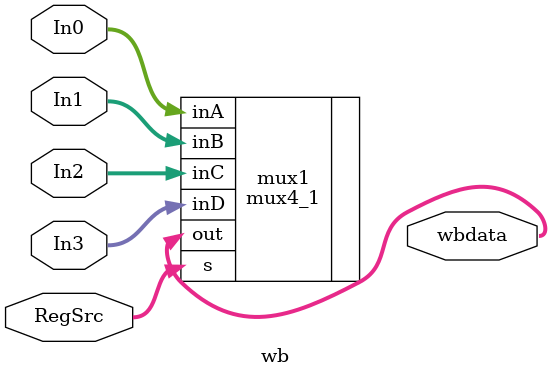
<source format=v>
/*
   CS/ECE 552 Spring '22
  
   Filename        : wb.v
   Description     : This is the module for the overall Write Back stage of the processor.
*/

module wb (// Outputs
   	wbdata,
   	// Inputs
   	In0, In1, In2, In3, RegSrc);

   	// IN/OUT
	input  [15:0] In0;
	input  [15:0] In1;
	input  [15:0] In2;
	input  [15:0] In3;
	input  [3:0]  RegSrc;

	output [15:0] wbdata;

	// MAIN

	mux4_1 #(16) mux1(.inA(In0), .inB(In1), .inC(In2), .inD(In3), .s(RegSrc), .out(wbdata));
   
endmodule


</source>
